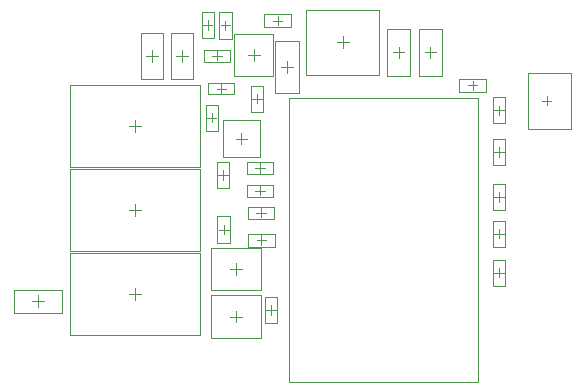
<source format=gbr>
%TF.GenerationSoftware,Altium Limited,Altium Designer,20.1.8 (145)*%
G04 Layer_Color=8388736*
%FSLAX45Y45*%
%MOMM*%
%TF.SameCoordinates,D4C556C9-1411-47D8-9651-3FCF20F6754B*%
%TF.FilePolarity,Positive*%
%TF.FileFunction,Other,Top_Courtyard*%
%TF.Part,Single*%
G01*
G75*
%TA.AperFunction,NonConductor*%
%ADD49C,0.10000*%
%ADD52C,0.10160*%
%ADD76C,0.02540*%
%ADD78C,0.05000*%
D49*
X2070398Y2979380D02*
Y3059380D01*
X2030398Y3019380D02*
X2110398D01*
X1960328Y2761849D02*
X2040328D01*
X2000328Y2721849D02*
Y2801849D01*
X1920322Y2980384D02*
Y3060384D01*
X1880322Y3020384D02*
X1960322D01*
X4388613Y1908900D02*
Y1988900D01*
X4348613Y1948900D02*
X4428613D01*
X4388613Y1525745D02*
Y1605745D01*
X4348613Y1565745D02*
X4428613D01*
X4388613Y2259579D02*
Y2339579D01*
X4348613Y2299579D02*
X4428613D01*
X4388680Y886620D02*
Y966620D01*
X4348680Y926620D02*
X4428680D01*
X4388613Y1216600D02*
Y1296600D01*
X4348613Y1256600D02*
X4428613D01*
X2322900Y1810011D02*
X2402900D01*
X2362900Y1770011D02*
Y1850011D01*
X2324705Y1619136D02*
X2404704D01*
X2364704Y1579136D02*
Y1659136D01*
X2336817Y2358694D02*
Y2438694D01*
X2296817Y2398694D02*
X2376817D01*
X1997124Y2484542D02*
X2077123D01*
X2037123Y2444542D02*
Y2524542D01*
X1954583Y2198694D02*
Y2278694D01*
X1914583Y2238694D02*
X1994583D01*
X2333852Y1433340D02*
X2413852D01*
X2373852Y1393340D02*
Y1473340D01*
X2050518Y1711133D02*
Y1791133D01*
X2010517Y1751133D02*
X2090518D01*
X2455865Y570650D02*
Y650650D01*
X2415865Y610650D02*
X2495865D01*
X1256475Y748165D02*
X1356475D01*
X1306475Y698165D02*
Y798165D01*
X1256475Y1455810D02*
X1356475D01*
X1306475Y1405810D02*
Y1505810D01*
X1256475Y2168535D02*
X1356475D01*
X1306475Y2118535D02*
Y2218535D01*
X1654360Y2760438D02*
X1754360D01*
X1704360Y2710438D02*
Y2810438D01*
X3756335Y2789594D02*
X3856335D01*
X3806335Y2739594D02*
Y2839594D01*
X3486710Y2789594D02*
X3586710D01*
X3536710Y2739594D02*
Y2839594D01*
X1397828Y2760438D02*
X1497828D01*
X1447828Y2710438D02*
Y2810438D01*
X2473879Y3058550D02*
X2553879D01*
X2513879Y3018550D02*
Y3098550D01*
X2335038Y1200415D02*
X2415038D01*
X2375038Y1160416D02*
Y1240415D01*
X2058138Y1248861D02*
Y1328860D01*
X2018138Y1288861D02*
X2098138D01*
X4124480Y2512284D02*
X4204480D01*
X4164480Y2472284D02*
Y2552284D01*
X2260171Y2766929D02*
X2360171D01*
X2310171Y2716929D02*
Y2816929D01*
X2107538Y958265D02*
X2207538D01*
X2157538Y908265D02*
Y1008265D01*
X2107538Y553520D02*
X2207538D01*
X2157538Y503520D02*
Y603520D01*
X435409Y682174D02*
X535409D01*
X485409Y632174D02*
Y732174D01*
X3064344Y2826520D02*
Y2926520D01*
X3014344Y2876520D02*
X3114345D01*
X2543879Y2668559D02*
X2643879D01*
X2593879Y2618559D02*
Y2718559D01*
X2156823Y2061001D02*
X2256824D01*
X2206823Y2011001D02*
Y2111001D01*
D52*
X1945038Y778265D02*
Y1138265D01*
X2370038Y778265D02*
Y1138265D01*
X1945038D02*
X2370038D01*
X1945038Y778265D02*
X2370038D01*
X1945038Y373520D02*
Y733520D01*
X2370038Y373520D02*
Y733520D01*
X1945038D02*
X2370038D01*
X1945038Y373520D02*
X2370038D01*
X2754345Y2601520D02*
X3374344D01*
X2754345Y3151520D02*
X3374344D01*
Y2601520D02*
Y3151520D01*
X2754345Y2601520D02*
Y3151520D01*
X4630569Y2145011D02*
X5000003D01*
Y2615005D01*
X4630569D02*
X5000003D01*
X4630569Y2145011D02*
Y2615005D01*
X4752516Y2380000D02*
X4827516D01*
X4790016Y2342500D02*
Y2417500D01*
X2493879Y2448559D02*
Y2888559D01*
X2693879Y2448559D02*
Y2888559D01*
X2493879Y2448559D02*
X2693879D01*
X2493879Y2888559D02*
X2693879D01*
D76*
X4211115Y3660D02*
Y2403660D01*
X2611115Y3660D02*
X4211115D01*
X2611115Y2403660D02*
X4211115D01*
X2611115Y3660D02*
Y2403660D01*
D78*
X2015398Y3134380D02*
X2125398D01*
X2015398Y2904380D02*
Y3134380D01*
Y2904380D02*
X2125398D01*
Y3134380D01*
X1890328Y2711849D02*
Y2811849D01*
X2110328Y2711849D02*
Y2811849D01*
X1890328Y2711849D02*
X2110328D01*
X1890328Y2811849D02*
X2110328D01*
X1870322Y3130384D02*
X1970322D01*
X1870322Y2910384D02*
X1970322D01*
X1870322D02*
Y3130384D01*
X1970322Y2910384D02*
Y3130384D01*
X4338613Y2058900D02*
X4438613D01*
X4338613Y1838900D02*
X4438613D01*
X4338613D02*
Y2058900D01*
X4438613Y1838900D02*
Y2058900D01*
X4338613Y1675745D02*
X4438613D01*
X4338613Y1455745D02*
X4438613D01*
X4338613D02*
Y1675745D01*
X4438613Y1455745D02*
Y1675745D01*
X4338613Y2409579D02*
X4438613D01*
X4338613Y2189579D02*
X4438613D01*
X4338613D02*
Y2409579D01*
X4438613Y2189579D02*
Y2409579D01*
X4338680Y816620D02*
X4438680D01*
X4338680Y1036620D02*
X4438680D01*
Y816620D02*
Y1036620D01*
X4338680Y816620D02*
Y1036620D01*
X4338613Y1146600D02*
X4438613D01*
X4338613Y1366600D02*
X4438613D01*
Y1146600D02*
Y1366600D01*
X4338613Y1146600D02*
Y1366600D01*
X2472900Y1760011D02*
Y1860011D01*
X2252900Y1760011D02*
Y1860011D01*
X2472900D01*
X2252900Y1760011D02*
X2472900D01*
X2474704Y1569136D02*
Y1669136D01*
X2254704Y1569136D02*
Y1669136D01*
X2474704D01*
X2254704Y1569136D02*
X2474704D01*
X2286817Y2288694D02*
X2386817D01*
X2286817Y2508694D02*
X2386817D01*
Y2288694D02*
Y2508694D01*
X2286817Y2288694D02*
Y2508694D01*
X1927123Y2434542D02*
Y2534542D01*
X2147123Y2434542D02*
Y2534542D01*
X1927123Y2434542D02*
X2147123D01*
X1927123Y2534542D02*
X2147123D01*
X1904583Y2128694D02*
X2004583D01*
X1904583Y2348694D02*
X2004583D01*
Y2128694D02*
Y2348694D01*
X1904583Y2128694D02*
Y2348694D01*
X2483852Y1383340D02*
Y1483340D01*
X2263852Y1383340D02*
Y1483340D01*
X2483852D01*
X2263852Y1383340D02*
X2483852D01*
X2000517Y1641133D02*
X2100518D01*
X2000517Y1861133D02*
X2100518D01*
Y1641133D02*
Y1861133D01*
X2000517Y1641133D02*
Y1861133D01*
X2405865Y500650D02*
X2505865D01*
X2405865Y720650D02*
X2505865D01*
Y500650D02*
Y720650D01*
X2405865Y500650D02*
Y720650D01*
X756475Y1095665D02*
X1856475D01*
X756475Y400665D02*
X1856475D01*
Y1095665D01*
X756475Y400665D02*
Y1095665D01*
Y1803310D02*
X1856475D01*
X756475Y1108310D02*
X1856475D01*
Y1803310D01*
X756475Y1108310D02*
Y1803310D01*
Y2516035D02*
X1856475D01*
X756475Y1821035D02*
X1856475D01*
Y2516035D01*
X756475Y1821035D02*
Y2516035D01*
X1799360Y2565438D02*
Y2955438D01*
X1609360Y2565438D02*
Y2955438D01*
Y2565438D02*
X1799360D01*
X1609360Y2955438D02*
X1799360D01*
X3711335Y2594594D02*
Y2984594D01*
X3901335Y2594594D02*
Y2984594D01*
X3711335D02*
X3901335D01*
X3711335Y2594594D02*
X3901335D01*
X3441710D02*
Y2984594D01*
X3631710Y2594594D02*
Y2984594D01*
X3441710D02*
X3631710D01*
X3441710Y2594594D02*
X3631710D01*
X1542829Y2565438D02*
Y2955438D01*
X1352828Y2565438D02*
Y2955438D01*
Y2565438D02*
X1542829D01*
X1352828Y2955438D02*
X1542829D01*
X2628879Y3003550D02*
Y3113550D01*
X2398879D02*
X2628879D01*
X2398879Y3003550D02*
Y3113550D01*
Y3003550D02*
X2628879D01*
X2260038Y1145415D02*
Y1255415D01*
Y1145415D02*
X2490038D01*
Y1255415D01*
X2260038D02*
X2490038D01*
X2003138Y1173860D02*
X2113138D01*
Y1403861D01*
X2003138D02*
X2113138D01*
X2003138Y1173860D02*
Y1403861D01*
X4279480Y2457284D02*
Y2567284D01*
X4049480D02*
X4279480D01*
X4049480Y2457284D02*
Y2567284D01*
Y2457284D02*
X4279480D01*
X2475171Y2591929D02*
Y2941929D01*
X2145171Y2591929D02*
Y2941929D01*
Y2591929D02*
X2475171D01*
X2145171Y2941929D02*
X2475171D01*
X282909Y777174D02*
X687909D01*
X282909Y587174D02*
X687909D01*
Y777174D01*
X282909Y587174D02*
Y777174D01*
X2049323Y1901001D02*
X2364323D01*
X2049323Y2221001D02*
X2364323D01*
X2049323Y1901001D02*
Y2221001D01*
X2364323Y1901001D02*
Y2221001D01*
%TF.MD5,8bf3f7af181c001d203dfdc30ffb7dfa*%
M02*

</source>
